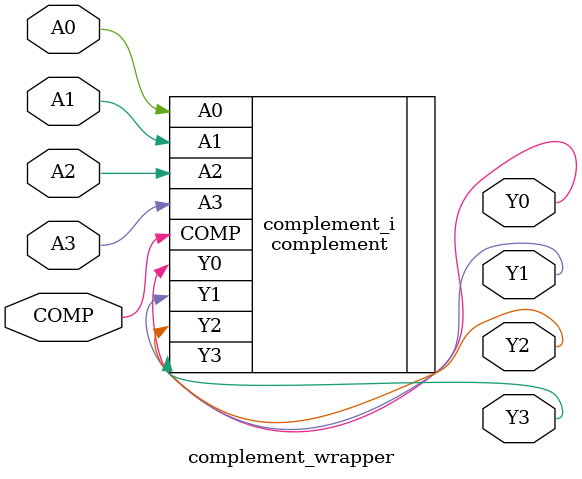
<source format=v>
`timescale 1 ps / 1 ps

module complement_wrapper
   (A0,
    A1,
    A2,
    A3,
    COMP,
    Y0,
    Y1,
    Y2,
    Y3);
  input A0;
  input A1;
  input A2;
  input A3;
  input COMP;
  output Y0;
  output Y1;
  output Y2;
  output Y3;

  wire A0;
  wire A1;
  wire A2;
  wire A3;
  wire COMP;
  wire Y0;
  wire Y1;
  wire Y2;
  wire Y3;

  complement complement_i
       (.A0(A0),
        .A1(A1),
        .A2(A2),
        .A3(A3),
        .COMP(COMP),
        .Y0(Y0),
        .Y1(Y1),
        .Y2(Y2),
        .Y3(Y3));
endmodule

</source>
